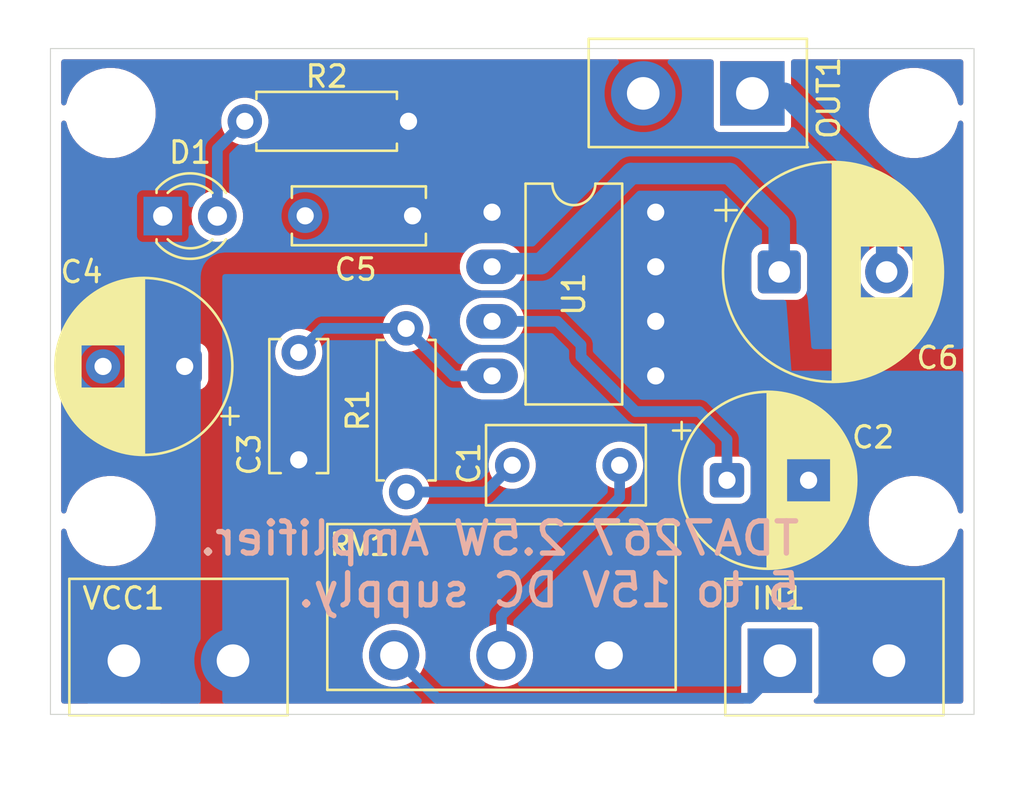
<source format=kicad_pcb>
(kicad_pcb (version 20241229) (generator "pcbnew") (generator_version "9.0")
  (layers (0 "F.Cu" signal) (2 "B.Cu" signal) (13 "F.Paste" user) (15 "B.Paste" user) (5 "F.SilkS" user "F.Silkscreen") (7 "B.SilkS" user "B.Silkscreen") (1 "F.Mask" user) (3 "B.Mask" user) (25 "Edge.Cuts" user))
  (net 0 "")
  (net 1 "Net-(C1-Pad2)")
  (net 2 "Net-(C1-Pad1)")
  (net 3 "GND")
  (net 4 "Net-(U1-SRV)")
  (net 5 "Net-(U1-In)")
  (net 6 "/VCC")
  (net 7 "Net-(U1-Out)")
  (net 8 "Net-(OUT1-Pin_1)")
  (net 9 "Net-(D1-A)")
  (net 10 "Net-(IN1-Pin_1)")
  (footprint "Capacitor_THT:C_Disc_D6.0mm_W2.5mm_P5.00mm" (layer "F.Cu") (at 140.56 105.6475 90)
    (property "Reference" "C3" (at 0.2475 -2.3 90) (layer "F.SilkS"))
    (property "Value" "470pF")
    (pad "1" thru_hole circle (at 0 0 90) (size 1.6 1.6) (drill 0.8) (layers "*.Cu" "*.Mask") (net 3 "GND"))
    (pad "2" thru_hole circle (at 5 0 90) (size 1.6 1.6) (drill 0.8) (layers "*.Cu" "*.Mask") (net 5 "Net-(U1-In)"))
  )
  (footprint "TerminalBlock:TerminalBlock_bornier-2_P5.08mm" (layer "F.Cu") (at 162.96 115)
    (property "Reference" "IN1" (at -0.06 -2.9 0) (layer "F.SilkS"))
    (property "Value" "Conn_01x02_Pin")
    (pad "1" thru_hole rect (at 0 0) (size 3 3) (drill 1.52) (layers "*.Cu" "*.Mask") (net 10 "Net-(IN1-Pin_1)"))
    (pad "2" thru_hole circle (at 5.08 0) (size 3 3) (drill 1.52) (layers "*.Cu" "*.Mask") (net 3 "GND"))
  )
  (footprint "Resistor_THT:R_Axial_DIN0207_L6.3mm_D2.5mm_P7.62mm_Horizontal" (layer "F.Cu") (at 145.56 107.1475 90)
    (property "Reference" "R1" (at 3.81 -2.25 90) (layer "F.SilkS"))
    (property "Value" "1K")
    (pad "1" thru_hole circle (at 0 0 90) (size 1.6 1.6) (drill 0.8) (layers "*.Cu" "*.Mask") (net 1 "Net-(C1-Pad2)"))
    (pad "2" thru_hole circle (at 7.62 0 90) (size 1.6 1.6) (drill 0.8) (layers "*.Cu" "*.Mask") (net 5 "Net-(U1-In)"))
  )
  (footprint "LED_THT:LED_D3.0mm" (layer "F.Cu") (at 134.23 94.3)
    (property "Reference" "D1" (at 1.27 -2.96 0) (layer "F.SilkS"))
    (property "Value" "LED")
    (pad "1" thru_hole rect (at 0 0) (size 1.8 1.8) (drill 0.9) (layers "*.Cu" "*.Mask") (net 3 "GND"))
    (pad "2" thru_hole circle (at 2.54 0) (size 1.8 1.8) (drill 0.9) (layers "*.Cu" "*.Mask") (net 9 "Net-(D1-A)"))
  )
  (footprint "MountingHole:MountingHole_2.2mm_M2" (layer "F.Cu") (at 131.8 89.5)
    (property "Reference" "H1" (hide yes))
    (property "Value" "MountingHole")
    (pad "" np_thru_hole circle (at 0 0) (size 2.2 2.2) (drill 2.2) (layers "*.Cu" "*.Mask") (clearance 1))
  )
  (footprint "TerminalBlock:TerminalBlock_bornier-2_P5.08mm" (layer "F.Cu") (at 161.68 88.5875 180)
    (property "Reference" "OUT1" (at -3.56 -0.2125 90) (layer "F.SilkS"))
    (property "Value" "Conn_01x02_Pin")
    (pad "1" thru_hole rect (at 0 0 180) (size 3 3) (drill 1.52) (layers "*.Cu" "*.Mask") (net 8 "Net-(OUT1-Pin_1)"))
    (pad "2" thru_hole circle (at 5.08 0 180) (size 3 3) (drill 1.52) (layers "*.Cu" "*.Mask") (net 3 "GND"))
  )
  (footprint "Capacitor_THT:C_Disc_D6.0mm_W2.5mm_P5.00mm" (layer "F.Cu") (at 140.86 94.2875)
    (property "Reference" "C5" (at 2.35 2.5 0) (layer "F.SilkS"))
    (property "Value" "100nF")
    (pad "1" thru_hole circle (at 0 0) (size 1.6 1.6) (drill 0.8) (layers "*.Cu" "*.Mask") (net 3 "GND"))
    (pad "2" thru_hole circle (at 5 0) (size 1.6 1.6) (drill 0.8) (layers "*.Cu" "*.Mask") (net 6 "/VCC"))
  )
  (footprint "MountingHole:MountingHole_2.2mm_M2" (layer "F.Cu") (at 169.2 108.5)
    (property "Reference" "H4" (hide yes))
    (property "Value" "MountingHole")
    (pad "" np_thru_hole circle (at 0 0) (size 2.2 2.2) (drill 2.2) (layers "*.Cu" "*.Mask") (clearance 1))
  )
  (footprint "Capacitor_THT:C_Rect_L7.2mm_W3.5mm_P5.00mm_FKS2_FKP2_MKS2_MKP2" (layer "F.Cu") (at 155.5 105.9 180)
    (property "Reference" "C1" (at 7.01 0.0875 270) (layer "F.SilkS"))
    (property "Value" "1uF")
    (pad "1" thru_hole circle (at 0 0 180) (size 1.6 1.6) (drill 0.8) (layers "*.Cu" "*.Mask") (net 2 "Net-(C1-Pad1)"))
    (pad "2" thru_hole circle (at 5 0 180) (size 1.6 1.6) (drill 0.8) (layers "*.Cu" "*.Mask") (net 1 "Net-(C1-Pad2)"))
  )
  (footprint "Package_DIP:DIP-8_W7.62mm_LongPads" (layer "F.Cu") (at 149.56 94.12)
    (property "Reference" "U1" (at 3.81 3.81 90) (layer "F.SilkS"))
    (property "Value" "TDA7267")
    (pad "1" thru_hole roundrect (at 0 0) (size 2.4 1.6) (drill 0.8) (layers "*.Cu" "*.Mask") (roundrect_rratio 0.15625) (net 6 "/VCC"))
    (pad "2" thru_hole oval (at 0 2.54) (size 2.4 1.6) (drill 0.8) (layers "*.Cu" "*.Mask") (net 7 "Net-(U1-Out)"))
    (pad "3" thru_hole oval (at 0 5.08) (size 2.4 1.6) (drill 0.8) (layers "*.Cu" "*.Mask") (net 4 "Net-(U1-SRV)"))
    (pad "4" thru_hole oval (at 0 7.62) (size 2.4 1.6) (drill 0.8) (layers "*.Cu" "*.Mask") (net 5 "Net-(U1-In)"))
    (pad "5" thru_hole oval (at 7.62 7.62) (size 2.4 1.6) (drill 0.8) (layers "*.Cu" "*.Mask") (net 3 "GND"))
    (pad "6" thru_hole oval (at 7.62 5.08) (size 2.4 1.6) (drill 0.8) (layers "*.Cu" "*.Mask") (net 3 "GND"))
    (pad "7" thru_hole oval (at 7.62 2.54) (size 2.4 1.6) (drill 0.8) (layers "*.Cu" "*.Mask") (net 3 "GND"))
    (pad "8" thru_hole oval (at 7.62 0) (size 2.4 1.6) (drill 0.8) (layers "*.Cu" "*.Mask") (net 3 "GND"))
  )
  (footprint "Resistor_THT:R_Axial_DIN0207_L6.3mm_D2.5mm_P7.62mm_Horizontal" (layer "F.Cu") (at 138.05 89.8875)
    (property "Reference" "R2" (at 3.81 -2.0875 0) (layer "F.SilkS"))
    (property "Value" "1K")
    (pad "1" thru_hole circle (at 0 0) (size 1.6 1.6) (drill 0.8) (layers "*.Cu" "*.Mask") (net 9 "Net-(D1-A)"))
    (pad "2" thru_hole circle (at 7.62 0) (size 1.6 1.6) (drill 0.8) (layers "*.Cu" "*.Mask") (net 6 "/VCC"))
  )
  (footprint "TerminalBlock:TerminalBlock_bornier-2_P5.08mm" (layer "F.Cu") (at 132.42 115)
    (property "Reference" "VCC1" (at -0.02 -2.9 0) (layer "F.SilkS"))
    (property "Value" "Conn_01x02_Pin")
    (pad "1" thru_hole rect (at 0 0) (size 3 3) (drill 1.52) (layers "*.Cu" "*.Mask") (net 6 "/VCC"))
    (pad "2" thru_hole circle (at 5.08 0) (size 3 3) (drill 1.52) (layers "*.Cu" "*.Mask") (net 3 "GND"))
  )
  (footprint "MountingHole:MountingHole_2.2mm_M2" (layer "F.Cu") (at 169.2 89.5)
    (property "Reference" "H2" (hide yes))
    (property "Value" "MountingHole")
    (pad "" np_thru_hole circle (at 0 0) (size 2.2 2.2) (drill 2.2) (layers "*.Cu" "*.Mask") (clearance 1))
  )
  (footprint "Capacitor_THT:CP_Radial_D8.0mm_P3.80mm" (layer "F.Cu") (at 160.497349 106.6)
    (property "Reference" "C2" (at 6.802651 -2 0) (layer "F.SilkS"))
    (property "Value" "47uF")
    (pad "1" thru_hole roundrect (at 0 0) (size 1.6 1.6) (drill 0.8) (layers "*.Cu" "*.Mask") (roundrect_rratio 0.15625) (net 4 "Net-(U1-SRV)"))
    (pad "2" thru_hole circle (at 3.8 0) (size 1.6 1.6) (drill 0.8) (layers "*.Cu" "*.Mask") (net 3 "GND"))
  )
  (footprint "Capacitor_THT:CP_Radial_D10.0mm_P5.00mm" (layer "F.Cu") (at 162.932323 96.9)
    (property "Reference" "C6" (at 7.367677 4 0) (layer "F.SilkS"))
    (property "Value" "1000uF")
    (pad "1" thru_hole roundrect (at 0 0) (size 2 2) (drill 1) (layers "*.Cu" "*.Mask") (roundrect_rratio 0.125) (net 7 "Net-(U1-Out)"))
    (pad "2" thru_hole circle (at 5 0) (size 2 2) (drill 1) (layers "*.Cu" "*.Mask") (net 8 "Net-(OUT1-Pin_1)"))
  )
  (footprint "Capacitor_THT:CP_Radial_D8.0mm_P3.80mm" (layer "F.Cu") (at 135.25 101.3 180)
    (property "Reference" "C4" (at 4.8 4.4 0) (layer "F.SilkS"))
    (property "Value" "100uF")
    (pad "1" thru_hole roundrect (at 0 0 180) (size 1.6 1.6) (drill 0.8) (layers "*.Cu" "*.Mask") (roundrect_rratio 0.15625) (net 6 "/VCC"))
    (pad "2" thru_hole circle (at 3.8 0 180) (size 1.6 1.6) (drill 0.8) (layers "*.Cu" "*.Mask") (net 3 "GND"))
  )
  (footprint "Potentiometer_THT:Potentiometer_Piher_T-16H_Single_Horizontal" (layer "F.Cu") (at 145 114.75 -90)
    (property "Reference" "RV1" (at -5.15 1.6 0) (layer "F.SilkS"))
    (property "Value" "R_Potentiometer")
    (pad "1" thru_hole circle (at 0 0 270) (size 2.34 2.34) (drill 1.3) (layers "*.Cu" "*.Mask") (net 10 "Net-(IN1-Pin_1)"))
    (pad "2" thru_hole circle (at 0 -5 270) (size 2.34 2.34) (drill 1.3) (layers "*.Cu" "*.Mask") (net 2 "Net-(C1-Pad1)"))
    (pad "3" thru_hole circle (at 0 -10 270) (size 2.34 2.34) (drill 1.3) (layers "*.Cu" "*.Mask") (net 3 "GND"))
  )
  (footprint "MountingHole:MountingHole_2.2mm_M2" (layer "F.Cu") (at 131.8 108.5)
    (property "Reference" "H3" (hide yes))
    (property "Value" "MountingHole")
    (pad "" np_thru_hole circle (at 0 0) (size 2.2 2.2) (drill 2.2) (layers "*.Cu" "*.Mask") (clearance 1))
  )
  (gr_line (start 172 86.5) (end 172 117.5) (stroke (width 0.05)) (layer "Edge.Cuts"))
  (gr_line (start 129 86.5) (end 172 86.5) (stroke (width 0.05)) (layer "Edge.Cuts"))
  (gr_line (start 129 117.5) (end 129 86.5) (stroke (width 0.05)) (layer "Edge.Cuts"))
  (gr_line (start 172 117.5) (end 129 117.5) (stroke (width 0.05)) (layer "Edge.Cuts"))
  (gr_text "TDA7267 2.5W Amplifier.\n5 to 15V DC supply." (at 164 112.6 0) (layer "B.SilkS") (effects (font (size 1.5 1.5) (thickness 0.25) (bold yes)) (justify left bottom mirror)))
  (segment (start 145.56 107.1475) (end 149.2525 107.1475) (width 0.5) (layer "B.Cu") (net 1))
  (segment (start 149.2525 107.1475) (end 150.5 105.9) (width 0.5) (layer "B.Cu") (net 1))
  (segment (start 155.5 107.4) (end 155.5 105.9) (width 0.5) (layer "B.Cu") (net 2))
  (segment (start 150 114.75) (end 150 112.9) (width 0.5) (layer "B.Cu") (net 2))
  (segment (start 150 112.9) (end 155.5 107.4) (width 0.5) (layer "B.Cu") (net 2))
  (segment (start 160.497349 106.6) (end 160.497349 104.697349) (width 0.5) (layer "B.Cu") (net 4))
  (segment (start 149.56 99.2) (end 152.6 99.2) (width 0.5) (layer "B.Cu") (net 4))
  (segment (start 159.2 103.4) (end 156.246555 103.4) (width 0.5) (layer "B.Cu") (net 4))
  (segment (start 153.7 100.853445) (end 153.7 100.7) (width 0.5) (layer "B.Cu") (net 4))
  (segment (start 153.7 100.3) (end 153.7 100.7) (width 0.5) (layer "B.Cu") (net 4))
  (segment (start 152.6 99.2) (end 153.7 100.3) (width 0.5) (layer "B.Cu") (net 4))
  (segment (start 160.497349 104.697349) (end 159.2 103.4) (width 0.5) (layer "B.Cu") (net 4))
  (segment (start 156.246555 103.4) (end 153.7 100.853445) (width 0.5) (layer "B.Cu") (net 4))
  (segment (start 140.56 100.6475) (end 141.4 99.8075) (width 0.5) (layer "B.Cu") (net 5))
  (segment (start 145.56 99.5275) (end 147.7725 101.74) (width 0.5) (layer "B.Cu") (net 5))
  (segment (start 141.6725 99.5275) (end 145.56 99.5275) (width 0.5) (layer "B.Cu") (net 5))
  (segment (start 147.7725 101.74) (end 149.56 101.74) (width 0.5) (layer "B.Cu") (net 5))
  (segment (start 141.4 99.8) (end 141.6725 99.5275) (width 0.5) (layer "B.Cu") (net 5))
  (segment (start 141.4 99.8075) (end 141.4 99.8) (width 0.5) (layer "B.Cu") (net 5))
  (segment (start 156.034001 92.319) (end 151.84 96.513001) (width 1) (layer "B.Cu") (net 7))
  (segment (start 160.619 92.319) (end 156.034001 92.319) (width 1) (layer "B.Cu") (net 7))
  (segment (start 162.932323 94.632323) (end 162.932323 96.9) (width 1) (layer "B.Cu") (net 7))
  (segment (start 151.84 96.513001) (end 149.706999 96.513001) (width 1) (layer "B.Cu") (net 7))
  (segment (start 149.706999 96.513001) (end 149.56 96.66) (width 1) (layer "B.Cu") (net 7))
  (segment (start 160.619 92.319) (end 162.932323 94.632323) (width 1) (layer "B.Cu") (net 7))
  (segment (start 163.1875 88.5875) (end 167.932323 93.332323) (width 1) (layer "B.Cu") (net 8))
  (segment (start 167.932323 93.332323) (end 167.932323 96.9) (width 1) (layer "B.Cu") (net 8))
  (segment (start 163.1875 88.5875) (end 161.68 88.5875) (width 1) (layer "B.Cu") (net 8))
  (segment (start 136.77 91.1675) (end 138.05 89.8875) (width 0.5) (layer "B.Cu") (net 9))
  (segment (start 136.77 94.3) (end 136.77 91.1675) (width 0.5) (layer "B.Cu") (net 9))
  (segment (start 161.551 116.749) (end 146.999 116.749) (width 0.5) (layer "B.Cu") (net 10))
  (segment (start 162.96 115.34) (end 161.551 116.749) (width 0.5) (layer "B.Cu") (net 10))
  (segment (start 146.999 116.749) (end 145 114.75) (width 0.5) (layer "B.Cu") (net 10))
  (segment (start 162.96 115) (end 162.96 115.34) (width 0.5) (layer "B.Cu") (net 10))
  (zone (net 3) (net_name "GND") (layer "F.Cu") (connect_pads yes (clearance 0.3)) (min_thickness 0.25) (fill yes (thermal_gap 0.5) (thermal_bridge_width 10))
    (polygon (pts (xy 127 86.5) (xy 174 86.5) (xy 174 117.5) (xy 127 117.5)))
  )
  (zone (net 3) (net_name "GND") (layer "B.Cu") (priority 1) (connect_pads yes (clearance 0.3)) (min_thickness 0.25) (fill yes (thermal_gap 0.5) (thermal_bridge_width 0.5))
    (polygon (pts (xy 137 117.5) (xy 137 97) (xy 151.25 97) (xy 156.25 92.25) (xy 160.75 92.25) (xy 163 94.75) (xy 163.5 101.5) (xy 173.5 101.5) (xy 173.5 117.5)))
  )
  (zone (net 6) (net_name "/VCC") (layer "B.Cu") (connect_pads yes (clearance 0.3)) (min_thickness 0.25) (fill yes (thermal_gap 0.5) (thermal_bridge_width 10))
    (polygon (pts (xy 127 86.5) (xy 174 86.5) (xy 174 117.5) (xy 127 117.5)))
  )
)
</source>
